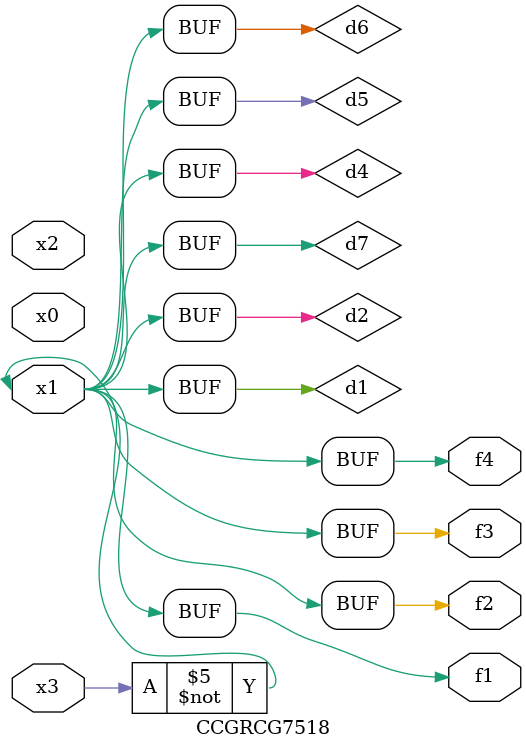
<source format=v>
module CCGRCG7518(
	input x0, x1, x2, x3,
	output f1, f2, f3, f4
);

	wire d1, d2, d3, d4, d5, d6, d7;

	not (d1, x3);
	buf (d2, x1);
	xnor (d3, d1, d2);
	nor (d4, d1);
	buf (d5, d1, d2);
	buf (d6, d4, d5);
	nand (d7, d4);
	assign f1 = d6;
	assign f2 = d7;
	assign f3 = d6;
	assign f4 = d6;
endmodule

</source>
